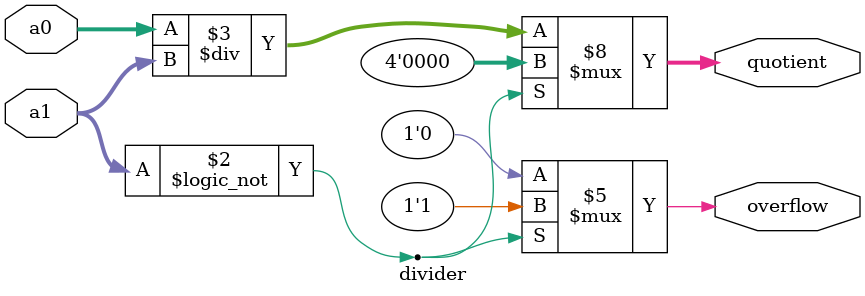
<source format=v>
module divider (
    input [3:0] a0,  // Dividend
    input [3:0] a1,  // Divisor
    output reg [3:0] quotient, // Quotient
    output reg overflow        // Division by zero flag
);
    always @(*) begin
        if (a1 == 0) begin
            quotient = 0;
            overflow = 1; // Division by zero
        end else begin
            quotient = a0 / a1;
            overflow = 0;
        end
    end
endmodule
</source>
